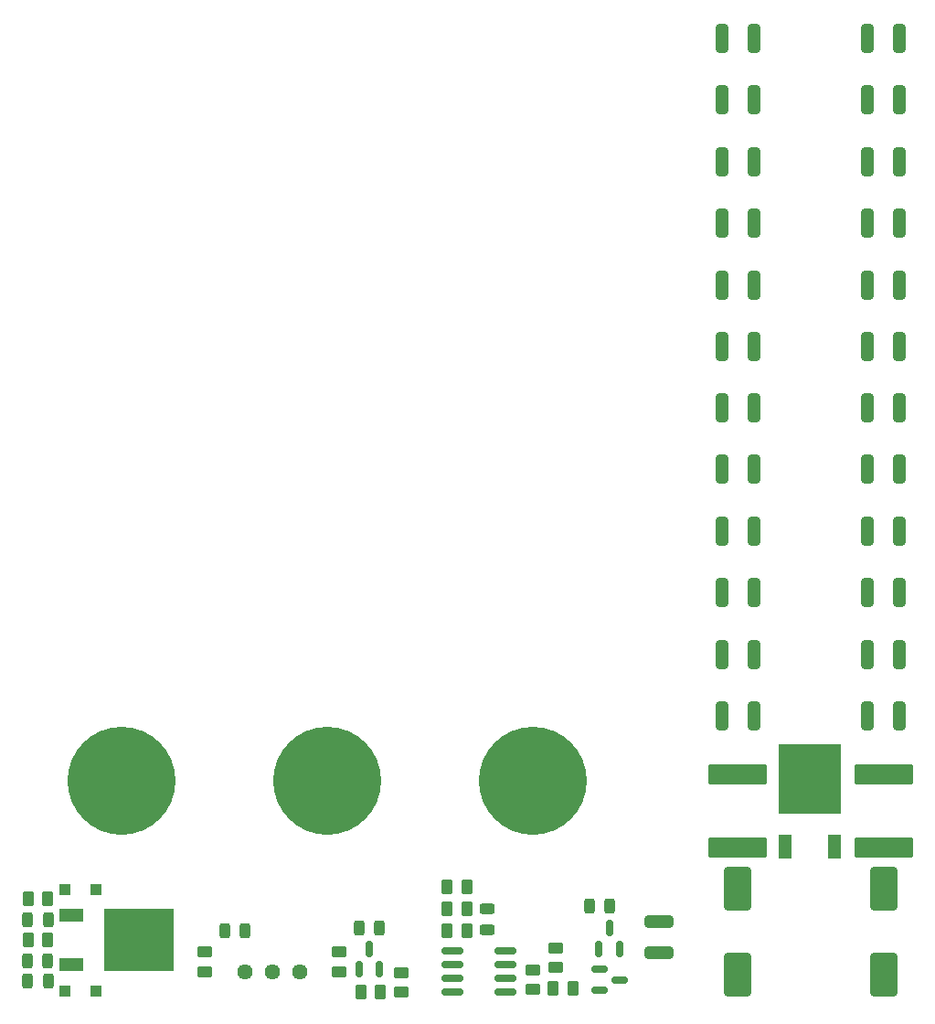
<source format=gts>
G04 #@! TF.GenerationSoftware,KiCad,Pcbnew,(6.0.8-1)-1*
G04 #@! TF.CreationDate,2022-10-22T21:37:00+02:00*
G04 #@! TF.ProjectId,shunt_regulator,7368756e-745f-4726-9567-756c61746f72,rev?*
G04 #@! TF.SameCoordinates,Original*
G04 #@! TF.FileFunction,Soldermask,Top*
G04 #@! TF.FilePolarity,Negative*
%FSLAX46Y46*%
G04 Gerber Fmt 4.6, Leading zero omitted, Abs format (unit mm)*
G04 Created by KiCad (PCBNEW (6.0.8-1)-1) date 2022-10-22 21:37:00*
%MOMM*%
%LPD*%
G01*
G04 APERTURE LIST*
G04 Aperture macros list*
%AMRoundRect*
0 Rectangle with rounded corners*
0 $1 Rounding radius*
0 $2 $3 $4 $5 $6 $7 $8 $9 X,Y pos of 4 corners*
0 Add a 4 corners polygon primitive as box body*
4,1,4,$2,$3,$4,$5,$6,$7,$8,$9,$2,$3,0*
0 Add four circle primitives for the rounded corners*
1,1,$1+$1,$2,$3*
1,1,$1+$1,$4,$5*
1,1,$1+$1,$6,$7*
1,1,$1+$1,$8,$9*
0 Add four rect primitives between the rounded corners*
20,1,$1+$1,$2,$3,$4,$5,0*
20,1,$1+$1,$4,$5,$6,$7,0*
20,1,$1+$1,$6,$7,$8,$9,0*
20,1,$1+$1,$8,$9,$2,$3,0*%
G04 Aperture macros list end*
%ADD10C,10.000000*%
%ADD11R,1.200000X2.200000*%
%ADD12R,5.800000X6.400000*%
%ADD13RoundRect,0.250000X-1.000000X1.750000X-1.000000X-1.750000X1.000000X-1.750000X1.000000X1.750000X0*%
%ADD14RoundRect,0.250000X0.262500X0.450000X-0.262500X0.450000X-0.262500X-0.450000X0.262500X-0.450000X0*%
%ADD15RoundRect,0.243750X0.456250X-0.243750X0.456250X0.243750X-0.456250X0.243750X-0.456250X-0.243750X0*%
%ADD16RoundRect,0.150000X0.825000X0.150000X-0.825000X0.150000X-0.825000X-0.150000X0.825000X-0.150000X0*%
%ADD17R,2.200000X1.200000*%
%ADD18R,6.400000X5.800000*%
%ADD19C,1.440000*%
%ADD20RoundRect,0.250000X0.312500X1.075000X-0.312500X1.075000X-0.312500X-1.075000X0.312500X-1.075000X0*%
%ADD21RoundRect,0.250000X-0.312500X-1.075000X0.312500X-1.075000X0.312500X1.075000X-0.312500X1.075000X0*%
%ADD22RoundRect,0.250000X1.075000X-0.312500X1.075000X0.312500X-1.075000X0.312500X-1.075000X-0.312500X0*%
%ADD23RoundRect,0.250000X-0.262500X-0.450000X0.262500X-0.450000X0.262500X0.450000X-0.262500X0.450000X0*%
%ADD24RoundRect,0.250000X0.450000X-0.262500X0.450000X0.262500X-0.450000X0.262500X-0.450000X-0.262500X0*%
%ADD25RoundRect,0.250000X-0.450000X0.262500X-0.450000X-0.262500X0.450000X-0.262500X0.450000X0.262500X0*%
%ADD26RoundRect,0.150000X-0.587500X-0.150000X0.587500X-0.150000X0.587500X0.150000X-0.587500X0.150000X0*%
%ADD27RoundRect,0.150000X0.150000X-0.587500X0.150000X0.587500X-0.150000X0.587500X-0.150000X-0.587500X0*%
%ADD28RoundRect,0.250000X2.475000X-0.712500X2.475000X0.712500X-2.475000X0.712500X-2.475000X-0.712500X0*%
%ADD29R,1.100000X1.100000*%
%ADD30RoundRect,0.243750X0.243750X0.456250X-0.243750X0.456250X-0.243750X-0.456250X0.243750X-0.456250X0*%
%ADD31RoundRect,0.243750X-0.243750X-0.456250X0.243750X-0.456250X0.243750X0.456250X-0.243750X0.456250X0*%
G04 APERTURE END LIST*
D10*
X19050000Y0D03*
X0Y0D03*
X-19050000Y0D03*
D11*
X42418000Y-6112000D03*
D12*
X44698000Y188000D03*
D11*
X46978000Y-6112000D03*
D13*
X51562000Y-9986000D03*
X51562000Y-17986000D03*
X38000000Y-10000000D03*
X38000000Y-18000000D03*
D14*
X11152500Y-9795000D03*
X12977500Y-9795000D03*
D15*
X14859000Y-13780500D03*
X14859000Y-11905500D03*
D16*
X16572000Y-19574000D03*
X16572000Y-18304000D03*
X16572000Y-17034000D03*
X16572000Y-15764000D03*
X11622000Y-15764000D03*
X11622000Y-17034000D03*
X11622000Y-18304000D03*
X11622000Y-19574000D03*
D17*
X-23675000Y-17029000D03*
D18*
X-17375000Y-14749000D03*
D17*
X-23675000Y-12469000D03*
D19*
X-7630000Y-17669000D03*
X-5090000Y-17669000D03*
X-2550000Y-17669000D03*
D20*
X36599000Y68741000D03*
X39524000Y68741000D03*
X36599000Y63026000D03*
X39524000Y63026000D03*
X36599000Y57311000D03*
X39524000Y57311000D03*
X36599000Y51596000D03*
X39524000Y51596000D03*
X36599000Y45881000D03*
X39524000Y45881000D03*
X36599000Y40166000D03*
X39524000Y40166000D03*
D21*
X53024500Y40180000D03*
X50099500Y40180000D03*
X53024500Y45895000D03*
X50099500Y45895000D03*
X53024500Y51610000D03*
X50099500Y51610000D03*
X53024500Y57325000D03*
X50099500Y57325000D03*
X53024500Y63040000D03*
X50099500Y63040000D03*
X53024500Y68755000D03*
X50099500Y68755000D03*
D20*
X36599000Y34535500D03*
X39524000Y34535500D03*
X36599000Y28820500D03*
X39524000Y28820500D03*
X36599000Y23105500D03*
X39524000Y23105500D03*
X36599000Y17390500D03*
X39524000Y17390500D03*
X36599000Y11675500D03*
X39524000Y11675500D03*
X36599000Y5960500D03*
X39524000Y5960500D03*
D21*
X50099500Y5974500D03*
X53024500Y5974500D03*
X50099500Y11689500D03*
X53024500Y11689500D03*
X50099500Y17404500D03*
X53024500Y17404500D03*
X50099500Y23119500D03*
X53024500Y23119500D03*
X50099500Y28834500D03*
X53024500Y28834500D03*
X50099500Y34549500D03*
X53024500Y34549500D03*
D22*
X30734000Y-15956500D03*
X30734000Y-13031500D03*
D23*
X22780000Y-19193000D03*
X20955000Y-19193000D03*
D24*
X21209000Y-15486500D03*
X21209000Y-17311500D03*
D25*
X19050000Y-17518500D03*
X19050000Y-19343500D03*
D23*
X11152500Y-13859000D03*
X12977500Y-13859000D03*
X11152500Y-11859000D03*
X12977500Y-11859000D03*
D25*
X6858000Y-17772500D03*
X6858000Y-19597500D03*
D23*
X3151500Y-19574000D03*
X4976500Y-19574000D03*
D14*
X-27685500Y-14749000D03*
X-25860500Y-14749000D03*
D23*
X-27685500Y-10939000D03*
X-25860500Y-10939000D03*
D25*
X1143000Y-15867500D03*
X1143000Y-17692500D03*
D24*
X-11303000Y-17692500D03*
X-11303000Y-15867500D03*
D26*
X25224500Y-17481000D03*
X25224500Y-19381000D03*
X27099500Y-18431000D03*
D27*
X25212000Y-15558500D03*
X27112000Y-15558500D03*
X26162000Y-13683500D03*
X3937000Y-15588500D03*
X4887000Y-17463500D03*
X2987000Y-17463500D03*
D28*
X38000000Y585000D03*
X38000000Y-6190000D03*
X51562000Y599000D03*
X51562000Y-6176000D03*
D29*
X-24236000Y-10050000D03*
X-21436000Y-10050000D03*
X-21436000Y-19448000D03*
X-24236000Y-19448000D03*
D30*
X4874500Y-13605000D03*
X2999500Y-13605000D03*
D31*
X-9446500Y-13859000D03*
X-7571500Y-13859000D03*
D30*
X26210500Y-11591000D03*
X24335500Y-11591000D03*
X-27710500Y-18558000D03*
X-25835500Y-18558000D03*
X-27710500Y-12844000D03*
X-25835500Y-12844000D03*
X-27734500Y-16653000D03*
X-25859500Y-16653000D03*
M02*

</source>
